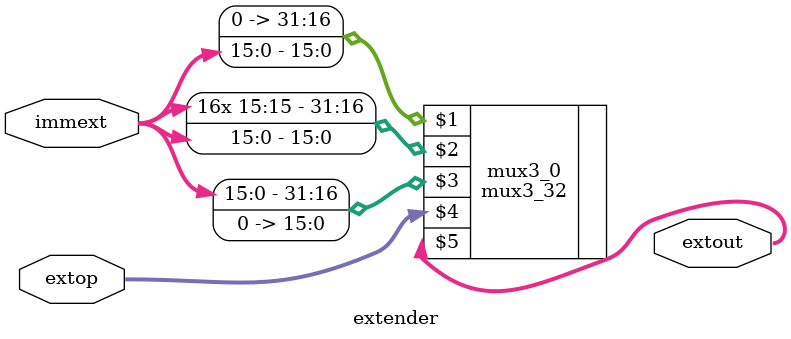
<source format=v>
module extender(immext,extout,extop);
    input   [15:0]   immext;
    input   [1:0]    extop;
    output  [31:0]   extout;
    
    parameter   O_ExT = 2'b00, sign_ExT = 2'b01, lui_ExT = 2'b10;
    wire      [31:0]  extout;
    
    mux3_32 mux3_0({16'b0,immext},{{16{immext[15]}},immext},{immext,16'b0},extop,extout);
       
endmodule

</source>
